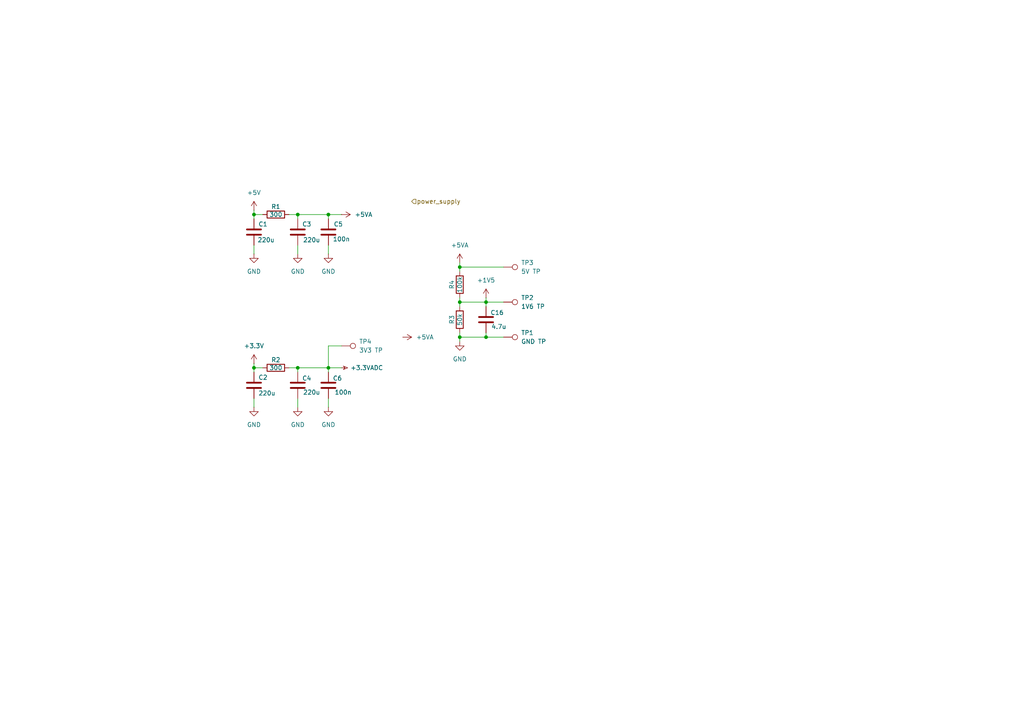
<source format=kicad_sch>
(kicad_sch (version 20231120) (generator "eeschema") (generator_version "8.0")
  (paper "A4")
  (lib_symbols
    (symbol "Connector:TestPoint" (pin_numbers hide) (pin_names (offset 0.762) hide)
      (property "Reference" "TP" (at 0 6.858 0))
      (property "Value" "TestPoint" (at 0 5.08 0))
      (symbol "TestPoint_0_1"
        (circle (center 0 3.302) (radius 0.762))
      )
      (symbol "TestPoint_1_1"
        (pin passive line (at 0 0 90) (length 2.54) (name "1") (number "1"))
      )
    )
    (symbol "Device:C" (pin_numbers hide) (pin_names (offset 0.254))
      (property "Reference" "C" (at 0.635 2.54 0))
      (property "Value" "C" (at 0.635 -2.54 0))
      (symbol "C_0_1"
        (polyline (pts (xy -2.032 -0.762) (xy 2.032 -0.762)) (stroke (width 0.508)))
        (polyline (pts (xy -2.032 0.762) (xy 2.032 0.762)) (stroke (width 0.508)))
      )
      (symbol "C_1_1"
        (pin passive line (at 0 3.81 270) (length 2.794) (name "~") (number "1"))
        (pin passive line (at 0 -3.81 90) (length 2.794) (name "~") (number "2"))
      )
    )
    (symbol "Device:R" (pin_numbers hide) (pin_names (offset 0))
      (property "Reference" "R" (at 2.032 0 90))
      (property "Value" "R" (at 0 0 90))
      (symbol "R_0_1"
        (rectangle (start -1.016 -2.54) (end 1.016 2.54) (stroke (width 0.254)))
      )
      (symbol "R_1_1"
        (pin passive line (at 0 3.81 270) (length 1.27) (name "~") (number "1"))
        (pin passive line (at 0 -3.81 90) (length 1.27) (name "~") (number "2"))
      )
    )
    (symbol "power:+5V" (power) (pin_numbers hide) (pin_names (offset 0) hide)
      (property "Value" "+5V" (at 0 3.556 0))
      (symbol "+5V_0_1"
        (polyline (pts (xy -0.762 1.27) (xy 0 2.54)))
        (polyline (pts (xy 0 0) (xy 0 2.54)))
        (polyline (pts (xy 0 2.54) (xy 0.762 1.27)))
      )
      (symbol "+5V_1_1"
        (pin power_in line (at 0 0 90) (length 0) (name "~") (number "1"))
      )
    )
    (symbol "power:+5VA" (power) (pin_numbers hide) (pin_names (offset 0) hide)
      (property "Value" "+5VA" (at 0 3.556 0))
      (symbol "+5VA_0_1"
        (polyline (pts (xy -0.762 1.27) (xy 0 2.54)))
        (polyline (pts (xy 0 0) (xy 0 2.54)))
        (polyline (pts (xy 0 2.54) (xy 0.762 1.27)))
      )
      (symbol "+5VA_1_1"
        (pin power_in line (at 0 0 90) (length 0) (name "~") (number "1"))
      )
    )
    (symbol "power:GND" (power) (pin_numbers hide) (pin_names (offset 0) hide)
      (property "Value" "GND" (at 0 -3.81 0))
      (symbol "GND_0_1"
        (polyline (pts (xy 0 0) (xy 0 -1.27) (xy 1.27 -1.27) (xy 0 -2.54) (xy -1.27 -1.27) (xy 0 -1.27)))
      )
      (symbol "GND_1_1"
        (pin power_in line (at 0 0 270) (length 0) (name "~") (number "1"))
      )
    )
    (symbol "power:HT" (power) (pin_numbers hide) (pin_names (offset 0) hide)
      (property "Value" "HT" (at 0 3.048 0))
      (symbol "HT_0_0"
        (pin power_in line (at 0 0 90) (length 0) (name "~") (number "1"))
      )
      (symbol "HT_0_1"
        (polyline (pts (xy 0 0) (xy 0 1.016) (xy 0 1.016)))
        (polyline (pts (xy 0 1.016) (xy 0.508 0.508) (xy 0 1.778) (xy -0.508 0.508) (xy 0 1.016) (xy 0 1.016)))
      )
    )
  )
  (junction (at 73.66 106.68))
  (junction (at 133.35 87.63))
  (junction (at 95.25 62.23))
  (junction (at 133.35 77.47))
  (junction (at 73.66 62.23))
  (junction (at 86.36 106.68))
  (junction (at 140.97 97.79))
  (junction (at 95.25 106.68))
  (junction (at 86.36 62.23))
  (junction (at 140.97 87.63))
  (junction (at 133.35 97.79))
  (wire (pts (xy 73.66 71.12) (xy 73.66 73.66)))
  (wire (pts (xy 73.66 106.68) (xy 73.66 107.95)))
  (wire (pts (xy 73.66 105.41) (xy 73.66 106.68)))
  (wire (pts (xy 95.25 71.12) (xy 95.25 73.66)))
  (wire (pts (xy 86.36 71.12) (xy 86.36 73.66)))
  (wire (pts (xy 95.25 106.68) (xy 95.25 107.95)))
  (wire (pts (xy 73.66 115.57) (xy 73.66 118.11)))
  (wire (pts (xy 133.35 87.63) (xy 133.35 88.9)))
  (wire (pts (xy 133.35 77.47) (xy 133.35 78.74)))
  (wire (pts (xy 73.66 60.96) (xy 73.66 62.23)))
  (wire (pts (xy 133.35 76.2) (xy 133.35 77.47)))
  (wire (pts (xy 86.36 106.68) (xy 95.25 106.68)))
  (wire (pts (xy 76.2 106.68) (xy 73.66 106.68)))
  (wire (pts (xy 86.36 62.23) (xy 95.25 62.23)))
  (wire (pts (xy 140.97 87.63) (xy 146.05 87.63)))
  (wire (pts (xy 86.36 115.57) (xy 86.36 118.11)))
  (wire (pts (xy 140.97 97.79) (xy 146.05 97.79)))
  (wire (pts (xy 95.25 62.23) (xy 99.06 62.23)))
  (wire (pts (xy 95.25 100.33) (xy 95.25 106.68)))
  (wire (pts (xy 99.06 100.33) (xy 95.25 100.33)))
  (wire (pts (xy 140.97 88.9) (xy 140.97 87.63)))
  (wire (pts (xy 133.35 97.79) (xy 140.97 97.79)))
  (wire (pts (xy 86.36 62.23) (xy 86.36 63.5)))
  (wire (pts (xy 133.35 96.52) (xy 133.35 97.79)))
  (wire (pts (xy 86.36 106.68) (xy 86.36 107.95)))
  (wire (pts (xy 76.2 62.23) (xy 73.66 62.23)))
  (wire (pts (xy 133.35 86.36) (xy 133.35 87.63)))
  (wire (pts (xy 133.35 97.79) (xy 133.35 99.06)))
  (wire (pts (xy 140.97 96.52) (xy 140.97 97.79)))
  (wire (pts (xy 83.82 106.68) (xy 86.36 106.68)))
  (wire (pts (xy 95.25 106.68) (xy 99.06 106.68)))
  (wire (pts (xy 95.25 62.23) (xy 95.25 63.5)))
  (wire (pts (xy 83.82 62.23) (xy 86.36 62.23)))
  (wire (pts (xy 95.25 115.57) (xy 95.25 118.11)))
  (wire (pts (xy 140.97 86.36) (xy 140.97 87.63)))
  (wire (pts (xy 133.35 87.63) (xy 140.97 87.63)))
  (wire (pts (xy 73.66 62.23) (xy 73.66 63.5)))
  (wire (pts (xy 133.35 77.47) (xy 146.05 77.47)))
  (hierarchical_label "power_supply" (shape input) (at 119.38 58.42 0))
  (symbol (lib_id "power:GND") (at 73.66 118.11 0) (unit 1)
    (property "Reference" "#PWR04" (effects (hide yes)))
    (property "Value" "GND" (at 73.66 123.19 0))
    (property "Description" "Power symbol creates a global label with name \"GND\" , ground" (effects (hide yes)))
  )
  (symbol (lib_id "power:GND") (at 73.66 73.66 0) (unit 1)
    (property "Reference" "#PWR02" (effects (hide yes)))
    (property "Value" "GND" (at 73.66 78.74 0))
    (property "Description" "Power symbol creates a global label with name \"GND\" , ground" (effects (hide yes)))
  )
  (symbol (lib_id "power:+5VA") (at 133.35 76.2 0) (unit 1)
    (property "Reference" "#PWR013" (effects (hide yes)))
    (property "Value" "+5VA" (at 133.35 71.12 0))
    (property "Description" "Power symbol creates a global label with name \"+5VA\"" (effects (hide yes)))
  )
  (symbol (lib_id "power:+5VA") (at 140.97 86.36 0) (unit 1)
    (property "Reference" "#PWR014" (effects (hide yes)))
    (property "Value" "+1V5" (at 140.97 81.28 0))
    (property "Description" "Power symbol creates a global label with name \"+5VA\"" (effects (hide yes)))
  )
  (symbol (lib_id "Device:C") (at 86.36 67.31 0) (unit 1)
    (property "Reference" "C3" (at 87.63 65.024 0) (effects (justify left)))
    (property "Value" "220u" (at 87.884 69.596 0) (effects (justify left)))
    (property "Description" "Unpolarized capacitor" (effects (hide yes)))
  )
  (symbol (lib_id "power:+5VA") (at 116.84 97.79 270) (unit 1)
    (property "Reference" "#PWR011" (effects (hide yes)))
    (property "Value" "+5VA" (at 120.65 97.7899 90) (effects (justify left)))
    (property "Description" "Power symbol creates a global label with name \"+5VA\"" (effects (hide yes)))
  )
  (symbol (lib_id "Connector:TestPoint") (at 146.05 97.79 270) (unit 1)
    (property "Reference" "TP1" (at 151.13 96.5199 90) (effects (justify left)))
    (property "Value" "GND TP" (at 151.13 99.0599 90) (effects (justify left)))
    (property "Description" "test point" (effects (hide yes)))
  )
  (symbol (lib_id "power:+5V") (at 73.66 105.41 0) (unit 1)
    (property "Reference" "#PWR03" (effects (hide yes)))
    (property "Value" "+3.3V" (at 73.66 100.33 0))
    (property "Description" "Power symbol creates a global label with name \"+5V\"" (effects (hide yes)))
  )
  (symbol (lib_id "Device:C") (at 95.25 67.31 0) (unit 1)
    (property "Reference" "C5" (at 96.774 65.024 0) (effects (justify left)))
    (property "Value" "100n" (at 96.52 69.342 0) (effects (justify left)))
    (property "Description" "Unpolarized capacitor" (effects (hide yes)))
  )
  (symbol (lib_id "power:GND") (at 86.36 118.11 0) (unit 1)
    (property "Reference" "#PWR06" (effects (hide yes)))
    (property "Value" "GND" (at 86.36 123.19 0))
    (property "Description" "Power symbol creates a global label with name \"GND\" , ground" (effects (hide yes)))
  )
  (symbol (lib_id "power:GND") (at 86.36 73.66 0) (unit 1)
    (property "Reference" "#PWR05" (effects (hide yes)))
    (property "Value" "GND" (at 86.36 78.74 0))
    (property "Description" "Power symbol creates a global label with name \"GND\" , ground" (effects (hide yes)))
  )
  (symbol (lib_id "Device:R") (at 80.01 106.68 270) (unit 1)
    (property "Reference" "R2" (at 80.01 104.394 90))
    (property "Value" "300" (at 80.01 106.68 90))
    (property "Description" "Resistor" (effects (hide yes)))
  )
  (symbol (lib_id "power:+5VA") (at 99.06 62.23 270) (unit 1)
    (property "Reference" "#PWR09" (effects (hide yes)))
    (property "Value" "+5VA" (at 102.87 62.2299 90) (effects (justify left)))
    (property "Description" "Power symbol creates a global label with name \"+5VA\"" (effects (hide yes)))
  )
  (symbol (lib_id "power:HT") (at 99.06 106.68 270) (unit 1)
    (property "Reference" "#PWR010" (effects (hide yes)))
    (property "Value" "+3.3VADC" (at 101.6 106.6799 90) (effects (justify left)))
    (property "Description" "Power symbol creates a global label with name \"HT\"" (effects (hide yes)))
  )
  (symbol (lib_id "power:GND") (at 95.25 118.11 0) (unit 1)
    (property "Reference" "#PWR08" (effects (hide yes)))
    (property "Value" "GND" (at 95.25 123.19 0))
    (property "Description" "Power symbol creates a global label with name \"GND\" , ground" (effects (hide yes)))
  )
  (symbol (lib_id "Connector:TestPoint") (at 146.05 87.63 270) (unit 1)
    (property "Reference" "TP2" (at 151.13 86.3599 90) (effects (justify left)))
    (property "Value" "1V6 TP" (at 151.13 88.8999 90) (effects (justify left)))
    (property "Description" "test point" (effects (hide yes)))
  )
  (symbol (lib_id "Device:C") (at 95.25 111.76 0) (unit 1)
    (property "Reference" "C6" (at 96.52 109.728 0) (effects (justify left)))
    (property "Value" "100n" (at 97.028 113.792 0) (effects (justify left)))
    (property "Description" "Unpolarized capacitor" (effects (hide yes)))
  )
  (symbol (lib_id "Device:C") (at 140.97 92.71 0) (unit 1)
    (property "Reference" "C16" (at 142.24 90.678 0) (effects (justify left)))
    (property "Value" "4.7u" (at 142.494 94.742 0) (effects (justify left)))
    (property "Description" "Unpolarized capacitor" (effects (hide yes)))
  )
  (symbol (lib_id "Device:R") (at 133.35 82.55 0) (unit 1)
    (property "Reference" "R4" (at 131.064 82.55 90))
    (property "Value" "100k" (at 133.35 82.55 90))
    (property "Description" "Resistor" (effects (hide yes)))
  )
  (symbol (lib_id "Device:C") (at 73.66 111.76 0) (unit 1)
    (property "Reference" "C2" (at 74.93 109.474 0) (effects (justify left)))
    (property "Value" "220u" (at 74.93 114.046 0) (effects (justify left)))
    (property "Description" "Unpolarized capacitor" (effects (hide yes)))
  )
  (symbol (lib_id "Device:R") (at 133.35 92.71 0) (unit 1)
    (property "Reference" "R3" (at 131.064 92.71 90))
    (property "Value" "50k" (at 133.35 92.71 90))
    (property "Description" "Resistor" (effects (hide yes)))
  )
  (symbol (lib_id "Device:R") (at 80.01 62.23 270) (unit 1)
    (property "Reference" "R1" (at 80.01 59.944 90))
    (property "Value" "300" (at 80.01 62.23 90))
    (property "Description" "Resistor" (effects (hide yes)))
  )
  (symbol (lib_id "power:GND") (at 133.35 99.06 0) (unit 1)
    (property "Reference" "#PWR012" (effects (hide yes)))
    (property "Value" "GND" (at 133.35 104.14 0))
    (property "Description" "Power symbol creates a global label with name \"GND\" , ground" (effects (hide yes)))
  )
  (symbol (lib_id "Connector:TestPoint") (at 99.06 100.33 270) (unit 1)
    (property "Reference" "TP4" (at 104.14 99.0599 90) (effects (justify left)))
    (property "Value" "3V3 TP" (at 104.14 101.5999 90) (effects (justify left)))
    (property "Description" "test point" (effects (hide yes)))
  )
  (symbol (lib_id "Connector:TestPoint") (at 146.05 77.47 270) (unit 1)
    (property "Reference" "TP3" (at 151.13 76.1999 90) (effects (justify left)))
    (property "Value" "5V TP" (at 151.13 78.7399 90) (effects (justify left)))
    (property "Description" "test point" (effects (hide yes)))
  )
  (symbol (lib_id "Device:C") (at 86.36 111.76 0) (unit 1)
    (property "Reference" "C4" (at 87.63 109.728 0) (effects (justify left)))
    (property "Value" "220u" (at 87.884 113.792 0) (effects (justify left)))
    (property "Description" "Unpolarized capacitor" (effects (hide yes)))
  )
  (symbol (lib_id "power:GND") (at 95.25 73.66 0) (unit 1)
    (property "Reference" "#PWR07" (effects (hide yes)))
    (property "Value" "GND" (at 95.25 78.74 0))
    (property "Description" "Power symbol creates a global label with name \"GND\" , ground" (effects (hide yes)))
  )
  (symbol (lib_id "power:+5V") (at 73.66 60.96 0) (unit 1)
    (property "Reference" "#PWR01" (effects (hide yes)))
    (property "Value" "+5V" (at 73.66 55.88 0))
    (property "Description" "Power symbol creates a global label with name \"+5V\"" (effects (hide yes)))
  )
  (symbol (lib_id "Device:C") (at 73.66 67.31 0) (unit 1)
    (property "Reference" "C1" (at 74.93 65.024 0) (effects (justify left)))
    (property "Value" "220u" (at 74.676 69.596 0) (effects (justify left)))
    (property "Description" "Unpolarized capacitor" (effects (hide yes)))
  )
)
</source>
